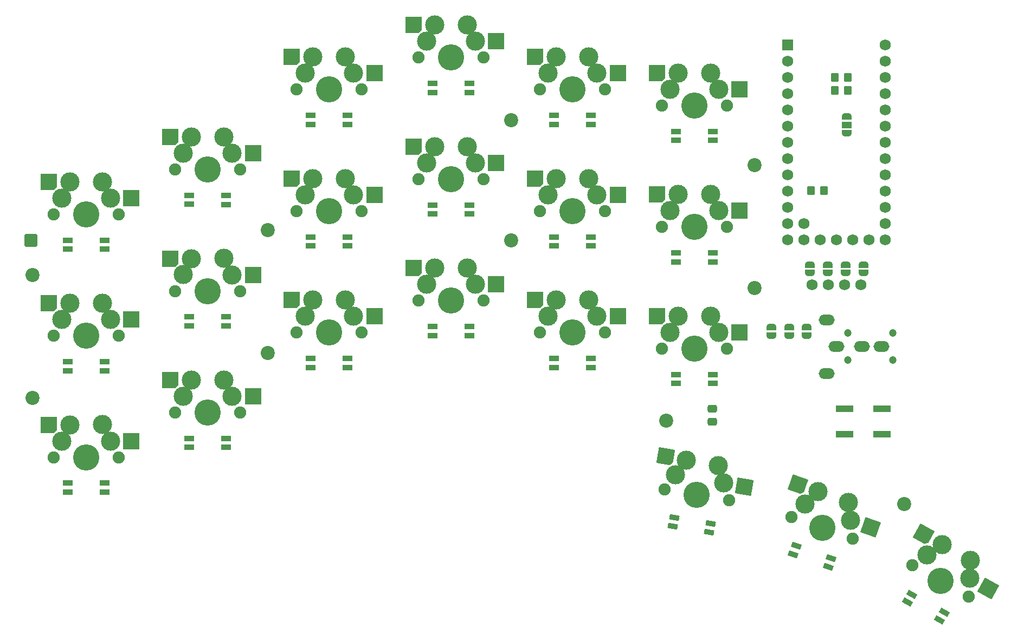
<source format=gts>
G04 #@! TF.GenerationSoftware,KiCad,Pcbnew,8.0.1*
G04 #@! TF.CreationDate,2024-09-29T21:11:30+02:00*
G04 #@! TF.ProjectId,cornia,636f726e-6961-42e6-9b69-6361645f7063,rev?*
G04 #@! TF.SameCoordinates,Original*
G04 #@! TF.FileFunction,Soldermask,Top*
G04 #@! TF.FilePolarity,Negative*
%FSLAX46Y46*%
G04 Gerber Fmt 4.6, Leading zero omitted, Abs format (unit mm)*
G04 Created by KiCad (PCBNEW 8.0.1) date 2024-09-29 21:11:30*
%MOMM*%
%LPD*%
G01*
G04 APERTURE LIST*
G04 Aperture macros list*
%AMRoundRect*
0 Rectangle with rounded corners*
0 $1 Rounding radius*
0 $2 $3 $4 $5 $6 $7 $8 $9 X,Y pos of 4 corners*
0 Add a 4 corners polygon primitive as box body*
4,1,4,$2,$3,$4,$5,$6,$7,$8,$9,$2,$3,0*
0 Add four circle primitives for the rounded corners*
1,1,$1+$1,$2,$3*
1,1,$1+$1,$4,$5*
1,1,$1+$1,$6,$7*
1,1,$1+$1,$8,$9*
0 Add four rect primitives between the rounded corners*
20,1,$1+$1,$2,$3,$4,$5,0*
20,1,$1+$1,$4,$5,$6,$7,0*
20,1,$1+$1,$6,$7,$8,$9,0*
20,1,$1+$1,$8,$9,$2,$3,0*%
%AMRotRect*
0 Rectangle, with rotation*
0 The origin of the aperture is its center*
0 $1 length*
0 $2 width*
0 $3 Rotation angle, in degrees counterclockwise*
0 Add horizontal line*
21,1,$1,$2,0,0,$3*%
%AMOutline5P*
0 Free polygon, 5 corners , with rotation*
0 The origin of the aperture is its center*
0 number of corners: always 5*
0 $1 to $10 corner X, Y*
0 $11 Rotation angle, in degrees counterclockwise*
0 create outline with 5 corners*
4,1,5,$1,$2,$3,$4,$5,$6,$7,$8,$9,$10,$1,$2,$11*%
%AMOutline6P*
0 Free polygon, 6 corners , with rotation*
0 The origin of the aperture is its center*
0 number of corners: always 6*
0 $1 to $12 corner X, Y*
0 $13 Rotation angle, in degrees counterclockwise*
0 create outline with 6 corners*
4,1,6,$1,$2,$3,$4,$5,$6,$7,$8,$9,$10,$11,$12,$1,$2,$13*%
%AMOutline7P*
0 Free polygon, 7 corners , with rotation*
0 The origin of the aperture is its center*
0 number of corners: always 7*
0 $1 to $14 corner X, Y*
0 $15 Rotation angle, in degrees counterclockwise*
0 create outline with 7 corners*
4,1,7,$1,$2,$3,$4,$5,$6,$7,$8,$9,$10,$11,$12,$13,$14,$1,$2,$15*%
%AMOutline8P*
0 Free polygon, 8 corners , with rotation*
0 The origin of the aperture is its center*
0 number of corners: always 8*
0 $1 to $16 corner X, Y*
0 $17 Rotation angle, in degrees counterclockwise*
0 create outline with 8 corners*
4,1,8,$1,$2,$3,$4,$5,$6,$7,$8,$9,$10,$11,$12,$13,$14,$15,$16,$1,$2,$17*%
%AMFreePoly0*
4,1,19,0.500000,-0.750000,0.000000,-0.750000,0.000000,-0.744911,-0.071157,-0.744911,-0.207708,-0.704816,-0.327430,-0.627875,-0.420627,-0.520320,-0.479746,-0.390866,-0.500000,-0.250000,-0.500000,0.250000,-0.479746,0.390866,-0.420627,0.520320,-0.327430,0.627875,-0.207708,0.704816,-0.071157,0.744911,0.000000,0.744911,0.000000,0.750000,0.500000,0.750000,0.500000,-0.750000,0.500000,-0.750000,
$1*%
%AMFreePoly1*
4,1,19,0.000000,0.744911,0.071157,0.744911,0.207708,0.704816,0.327430,0.627875,0.420627,0.520320,0.479746,0.390866,0.500000,0.250000,0.500000,-0.250000,0.479746,-0.390866,0.420627,-0.520320,0.327430,-0.627875,0.207708,-0.704816,0.071157,-0.744911,0.000000,-0.744911,0.000000,-0.750000,-0.500000,-0.750000,-0.500000,0.750000,0.000000,0.750000,0.000000,0.744911,0.000000,0.744911,
$1*%
%AMFreePoly2*
4,1,19,0.550000,-0.750000,0.000000,-0.750000,0.000000,-0.744911,-0.071157,-0.744911,-0.207708,-0.704816,-0.327430,-0.627875,-0.420627,-0.520320,-0.479746,-0.390866,-0.500000,-0.250000,-0.500000,0.250000,-0.479746,0.390866,-0.420627,0.520320,-0.327430,0.627875,-0.207708,0.704816,-0.071157,0.744911,0.000000,0.744911,0.000000,0.750000,0.550000,0.750000,0.550000,-0.750000,0.550000,-0.750000,
$1*%
%AMFreePoly3*
4,1,19,0.000000,0.744911,0.071157,0.744911,0.207708,0.704816,0.327430,0.627875,0.420627,0.520320,0.479746,0.390866,0.500000,0.250000,0.500000,-0.250000,0.479746,-0.390866,0.420627,-0.520320,0.327430,-0.627875,0.207708,-0.704816,0.071157,-0.744911,0.000000,-0.744911,0.000000,-0.750000,-0.550000,-0.750000,-0.550000,0.750000,0.000000,0.750000,0.000000,0.744911,0.000000,0.744911,
$1*%
G04 Aperture macros list end*
%ADD10FreePoly0,270.000000*%
%ADD11FreePoly1,270.000000*%
%ADD12C,1.900000*%
%ADD13C,3.000000*%
%ADD14C,4.100000*%
%ADD15R,2.550000X2.500000*%
%ADD16Outline5P,-1.275000X0.800000X-0.825000X1.250000X1.275000X1.250000X1.275000X-1.250000X-1.275000X-1.250000X180.000000*%
%ADD17RoundRect,0.250000X-0.475000X0.337500X-0.475000X-0.337500X0.475000X-0.337500X0.475000X0.337500X0*%
%ADD18R,1.540000X0.825000*%
%ADD19R,1.540000X0.822500*%
%ADD20C,2.200000*%
%ADD21RotRect,1.540000X0.825000X150.970000*%
%ADD22RotRect,1.540000X0.822500X150.970000*%
%ADD23RotRect,2.550000X2.500000X150.970000*%
%ADD24Outline5P,-1.275000X0.800000X-0.825000X1.250000X1.275000X1.250000X1.275000X-1.250000X-1.275000X-1.250000X150.970000*%
%ADD25RoundRect,0.400000X-0.650000X-0.650000X0.650000X-0.650000X0.650000X0.650000X-0.650000X0.650000X0*%
%ADD26FreePoly2,90.000000*%
%ADD27R,1.500000X1.000000*%
%ADD28FreePoly3,90.000000*%
%ADD29RotRect,1.540000X0.825000X170.170000*%
%ADD30RotRect,1.540000X0.822500X170.170000*%
%ADD31RotRect,2.550000X2.500000X160.570000*%
%ADD32Outline5P,-1.275000X0.800000X-0.825000X1.250000X1.275000X1.250000X1.275000X-1.250000X-1.275000X-1.250000X160.570000*%
%ADD33C,1.752600*%
%ADD34C,1.200000*%
%ADD35O,2.500000X1.700000*%
%ADD36RotRect,1.540000X0.825000X160.570000*%
%ADD37RotRect,1.540000X0.822500X160.570000*%
%ADD38RoundRect,0.250000X0.350000X0.450000X-0.350000X0.450000X-0.350000X-0.450000X0.350000X-0.450000X0*%
%ADD39RotRect,2.550000X2.500000X170.171000*%
%ADD40Outline5P,-1.275000X0.800000X-0.825000X1.250000X1.275000X1.250000X1.275000X-1.250000X-1.275000X-1.250000X170.171000*%
%ADD41R,2.800000X1.000000*%
%ADD42R,1.752600X1.752600*%
%ADD43RoundRect,0.250000X-0.350000X-0.450000X0.350000X-0.450000X0.350000X0.450000X-0.350000X0.450000X0*%
G04 APERTURE END LIST*
D10*
X146000000Y-62550000D03*
D11*
X146000000Y-63850000D03*
D12*
X25088600Y-92688750D03*
D13*
X26368600Y-90138750D03*
X27628600Y-87608750D03*
D14*
X30168600Y-92688750D03*
D13*
X32710912Y-87588750D03*
X33978600Y-90148750D03*
D12*
X35248600Y-92688750D03*
D15*
X37253600Y-90148750D03*
D16*
X24326600Y-87608750D03*
D12*
X120088600Y-75688750D03*
D13*
X121368600Y-73138750D03*
X122628600Y-70608750D03*
D14*
X125168600Y-75688750D03*
D13*
X127710912Y-70588750D03*
X128978600Y-73148750D03*
D12*
X130248600Y-75688750D03*
D15*
X132253600Y-73148750D03*
D16*
X119326600Y-70608750D03*
D17*
X128000000Y-85067028D03*
X128000000Y-87142028D03*
D18*
X27288600Y-79138750D03*
X27288600Y-77738750D03*
X33048600Y-77738750D03*
D19*
X33048600Y-79140000D03*
D12*
X25088600Y-73688750D03*
D13*
X26368600Y-71138750D03*
X27628600Y-68608750D03*
D14*
X30168600Y-73688750D03*
D13*
X32710912Y-68588750D03*
X33978600Y-71148750D03*
D12*
X35248600Y-73688750D03*
D15*
X37253600Y-71148750D03*
D16*
X24326600Y-68608750D03*
D20*
X134600000Y-66200000D03*
D21*
X158475718Y-115366473D03*
X159155093Y-114142361D03*
X164191440Y-116937501D03*
D22*
X163511458Y-118162706D03*
D10*
X148800000Y-62550000D03*
D11*
X148800000Y-63850000D03*
D18*
X46288600Y-53138750D03*
X46288600Y-51738750D03*
X52048600Y-51738750D03*
D19*
X52048600Y-53140000D03*
D12*
X159196822Y-109533591D03*
D13*
X161553442Y-107925101D03*
X163882870Y-106324393D03*
D14*
X163638600Y-111998750D03*
D13*
X168336375Y-108773186D03*
X168202513Y-111626730D03*
D12*
X168080378Y-114463909D03*
D23*
X171066061Y-113215981D03*
D24*
X160995714Y-104722039D03*
D18*
X103288600Y-78638750D03*
X103288600Y-77238750D03*
X109048600Y-77238750D03*
D19*
X109048600Y-78640000D03*
D10*
X137250000Y-72350000D03*
D11*
X137250000Y-73650000D03*
D20*
X120800000Y-87000000D03*
D25*
X21600000Y-58800000D03*
D26*
X149000000Y-42000000D03*
D27*
X149000000Y-40700000D03*
D28*
X149000000Y-39400000D03*
D18*
X84288600Y-73638750D03*
X84288600Y-72238750D03*
X90048600Y-72238750D03*
D19*
X90048600Y-73640000D03*
D18*
X122288600Y-43138750D03*
X122288600Y-41738750D03*
X128048600Y-41738750D03*
D19*
X128048600Y-43140000D03*
D29*
X121810429Y-103457048D03*
X122049444Y-102077602D03*
X127724879Y-103060980D03*
D30*
X127485650Y-104441658D03*
D12*
X82088600Y-30188750D03*
D13*
X83368600Y-27638750D03*
X84628600Y-25108750D03*
D14*
X87168600Y-30188750D03*
D13*
X89710912Y-25088750D03*
X90978600Y-27648750D03*
D12*
X92248600Y-30188750D03*
D15*
X94253600Y-27648750D03*
D16*
X81326600Y-25108750D03*
D20*
X96600000Y-40000000D03*
D18*
X65288600Y-59638750D03*
X65288600Y-58238750D03*
X71048600Y-58238750D03*
D19*
X71048600Y-59640000D03*
D12*
X140377913Y-101998863D03*
D13*
X142433285Y-100019887D03*
X144463144Y-98053119D03*
D14*
X145168600Y-103688750D03*
D13*
X149262664Y-99724915D03*
X149606559Y-102560822D03*
D12*
X149959287Y-105378637D03*
D31*
X152695043Y-103650267D03*
D32*
X141349197Y-96954693D03*
D12*
X63088600Y-35188750D03*
D13*
X64368600Y-32638750D03*
X65628600Y-30108750D03*
D14*
X68168600Y-35188750D03*
D13*
X70710912Y-30088750D03*
X71978600Y-32648750D03*
D12*
X73248600Y-35188750D03*
D15*
X75253600Y-32648750D03*
D16*
X62326600Y-30108750D03*
D12*
X82088600Y-68188750D03*
D13*
X83368600Y-65638750D03*
X84628600Y-63108750D03*
D14*
X87168600Y-68188750D03*
D13*
X89710912Y-63088750D03*
X90978600Y-65648750D03*
D12*
X92248600Y-68188750D03*
D15*
X94253600Y-65648750D03*
D16*
X81326600Y-63108750D03*
D20*
X58600000Y-57200000D03*
D33*
X143588600Y-65708750D03*
X146128600Y-65708750D03*
X148668600Y-65708750D03*
X151208600Y-65708750D03*
D12*
X44088600Y-85688750D03*
D13*
X45368600Y-83138750D03*
X46628600Y-80608750D03*
D14*
X49168600Y-85688750D03*
D13*
X51710912Y-80588750D03*
X52978600Y-83148750D03*
D12*
X54248600Y-85688750D03*
D15*
X56253600Y-83148750D03*
D16*
X43326600Y-80608750D03*
D34*
X156168600Y-73288750D03*
X149168600Y-73288750D03*
X156168600Y-77488750D03*
X149168600Y-77488750D03*
D35*
X147368600Y-75388750D03*
X151368600Y-75388750D03*
X154368600Y-75388750D03*
X145868600Y-71188750D03*
X145868600Y-79588750D03*
D10*
X140000000Y-72350000D03*
D11*
X140000000Y-73650000D03*
D18*
X84288600Y-54638750D03*
X84288600Y-53238750D03*
X90048600Y-53238750D03*
D19*
X90048600Y-54640000D03*
D12*
X120088600Y-37688750D03*
D13*
X121368600Y-35138750D03*
X122628600Y-32608750D03*
D14*
X125168600Y-37688750D03*
D13*
X127710912Y-32588750D03*
X128978600Y-35148750D03*
D12*
X130248600Y-37688750D03*
D15*
X132253600Y-35148750D03*
D16*
X119326600Y-32608750D03*
D20*
X158000000Y-100000000D03*
X134600000Y-47000000D03*
D18*
X122288600Y-81138750D03*
X122288600Y-79738750D03*
X128048600Y-79738750D03*
D19*
X128048600Y-81140000D03*
D20*
X21800000Y-83400000D03*
D36*
X140639651Y-107870319D03*
X141105367Y-106550051D03*
X146537327Y-108466143D03*
D37*
X146071195Y-109787590D03*
D18*
X65288600Y-78638750D03*
X65288600Y-77238750D03*
X71048600Y-77238750D03*
D19*
X71048600Y-78640000D03*
D38*
X149168600Y-33288750D03*
X147168600Y-33288750D03*
D12*
X63088600Y-54188750D03*
D13*
X64368600Y-51638750D03*
X65628600Y-49108750D03*
D14*
X68168600Y-54188750D03*
D13*
X70710912Y-49088750D03*
X71978600Y-51648750D03*
D12*
X73248600Y-54188750D03*
D15*
X75253600Y-51648750D03*
D16*
X62326600Y-49108750D03*
D12*
X101088600Y-73188750D03*
D13*
X102368600Y-70638750D03*
X103628600Y-68108750D03*
D14*
X106168600Y-73188750D03*
D13*
X108710912Y-68088750D03*
X109978600Y-70648750D03*
D12*
X111248600Y-73188750D03*
D15*
X113253600Y-70648750D03*
D16*
X100326600Y-68108750D03*
D18*
X65288600Y-40638750D03*
X65288600Y-39238750D03*
X71048600Y-39238750D03*
D19*
X71048600Y-40640000D03*
D12*
X101088600Y-35188750D03*
D13*
X102368600Y-32638750D03*
X103628600Y-30108750D03*
D14*
X106168600Y-35188750D03*
D13*
X108710912Y-30088750D03*
X109978600Y-32648750D03*
D12*
X111248600Y-35188750D03*
D15*
X113253600Y-32648750D03*
D16*
X100326600Y-30108750D03*
D12*
X120573166Y-97711552D03*
D13*
X122269684Y-95417489D03*
X123943081Y-93139717D03*
D14*
X125578600Y-98578750D03*
D13*
X128954207Y-93987603D03*
X129766274Y-96726431D03*
D12*
X130584034Y-99445948D03*
D39*
X132993203Y-97285501D03*
D40*
X120689549Y-92576039D03*
D12*
X120088600Y-56688750D03*
D13*
X121368600Y-54138750D03*
X122628600Y-51608750D03*
D14*
X125168600Y-56688750D03*
D13*
X127710912Y-51588750D03*
X128978600Y-54148750D03*
D12*
X130248600Y-56688750D03*
D15*
X132253600Y-54148750D03*
D16*
X119326600Y-51608750D03*
D12*
X25088600Y-54688750D03*
D13*
X26368600Y-52138750D03*
X27628600Y-49608750D03*
D14*
X30168600Y-54688750D03*
D13*
X32710912Y-49588750D03*
X33978600Y-52148750D03*
D12*
X35248600Y-54688750D03*
D15*
X37253600Y-52148750D03*
D16*
X24326600Y-49608750D03*
D10*
X142750000Y-72350000D03*
D11*
X142750000Y-73650000D03*
D18*
X103288600Y-59638750D03*
X103288600Y-58238750D03*
X109048600Y-58238750D03*
D19*
X109048600Y-59640000D03*
D12*
X44088600Y-66688750D03*
D13*
X45368600Y-64138750D03*
X46628600Y-61608750D03*
D14*
X49168600Y-66688750D03*
D13*
X51710912Y-61588750D03*
X52978600Y-64148750D03*
D12*
X54248600Y-66688750D03*
D15*
X56253600Y-64148750D03*
D16*
X43326600Y-61608750D03*
D18*
X103288600Y-40638750D03*
X103288600Y-39238750D03*
X109048600Y-39238750D03*
D19*
X109048600Y-40640000D03*
D20*
X58600000Y-76400000D03*
D18*
X122288600Y-62138750D03*
X122288600Y-60738750D03*
X128048600Y-60738750D03*
D19*
X128048600Y-62140000D03*
D12*
X44088600Y-47688750D03*
D13*
X45368600Y-45138750D03*
X46628600Y-42608750D03*
D14*
X49168600Y-47688750D03*
D13*
X51710912Y-42588750D03*
X52978600Y-45148750D03*
D12*
X54248600Y-47688750D03*
D15*
X56253600Y-45148750D03*
D16*
X43326600Y-42608750D03*
D18*
X27288600Y-98138750D03*
X27288600Y-96738750D03*
X33048600Y-96738750D03*
D19*
X33048600Y-98140000D03*
D18*
X46288600Y-91138750D03*
X46288600Y-89738750D03*
X52048600Y-89738750D03*
D19*
X52048600Y-91140000D03*
D18*
X46288600Y-72138750D03*
X46288600Y-70738750D03*
X52048600Y-70738750D03*
D19*
X52048600Y-72140000D03*
D41*
X154468600Y-89088750D03*
X148668600Y-89088750D03*
X154468600Y-85088750D03*
X148668600Y-85088750D03*
D20*
X96600000Y-58800000D03*
D12*
X63088600Y-73188750D03*
D13*
X64368600Y-70638750D03*
X65628600Y-68108750D03*
D14*
X68168600Y-73188750D03*
D13*
X70710912Y-68088750D03*
X71978600Y-70648750D03*
D12*
X73248600Y-73188750D03*
D15*
X75253600Y-70648750D03*
D16*
X62326600Y-68108750D03*
D38*
X149168600Y-35288750D03*
X147168600Y-35288750D03*
D18*
X27288600Y-60138750D03*
X27288600Y-58738750D03*
X33048600Y-58738750D03*
D19*
X33048600Y-60140000D03*
D42*
X139798600Y-28198650D03*
D33*
X139798600Y-30738750D03*
X139798600Y-33278750D03*
X139798600Y-35818750D03*
X139798600Y-38358750D03*
X139798600Y-40898750D03*
X139798600Y-43438750D03*
X139798600Y-45978750D03*
X139798600Y-48518750D03*
X139798600Y-51058750D03*
X139798600Y-53598750D03*
X139798600Y-56138750D03*
X139798200Y-58678750D03*
X142338600Y-58678750D03*
X144878600Y-58678750D03*
X147418600Y-58678750D03*
X149958600Y-58678750D03*
X152498600Y-58678750D03*
X155038600Y-58678750D03*
X155038600Y-56138750D03*
X155038600Y-53598750D03*
X155038600Y-51058750D03*
X155038600Y-48518750D03*
X155038600Y-45978750D03*
X155038600Y-43438750D03*
X155038600Y-40898750D03*
X155038600Y-38358750D03*
X155038600Y-35818750D03*
X155038600Y-33278750D03*
X155038600Y-30738750D03*
X155038600Y-28198650D03*
X142338600Y-56138750D03*
D12*
X101088600Y-54188750D03*
D13*
X102368600Y-51638750D03*
X103628600Y-49108750D03*
D14*
X106168600Y-54188750D03*
D13*
X108710912Y-49088750D03*
X109978600Y-51648750D03*
D12*
X111248600Y-54188750D03*
D15*
X113253600Y-51648750D03*
D16*
X100326600Y-49108750D03*
D18*
X84288600Y-35638750D03*
X84288600Y-34238750D03*
X90048600Y-34238750D03*
D19*
X90048600Y-35640000D03*
D43*
X143400000Y-51000000D03*
X145400000Y-51000000D03*
D12*
X82088600Y-49188750D03*
D13*
X83368600Y-46638750D03*
X84628600Y-44108750D03*
D14*
X87168600Y-49188750D03*
D13*
X89710912Y-44088750D03*
X90978600Y-46648750D03*
D12*
X92248600Y-49188750D03*
D15*
X94253600Y-46648750D03*
D16*
X81326600Y-44108750D03*
D20*
X21800000Y-64200000D03*
D10*
X143200000Y-62550000D03*
D11*
X143200000Y-63850000D03*
D10*
X151600000Y-62550000D03*
D11*
X151600000Y-63850000D03*
M02*

</source>
